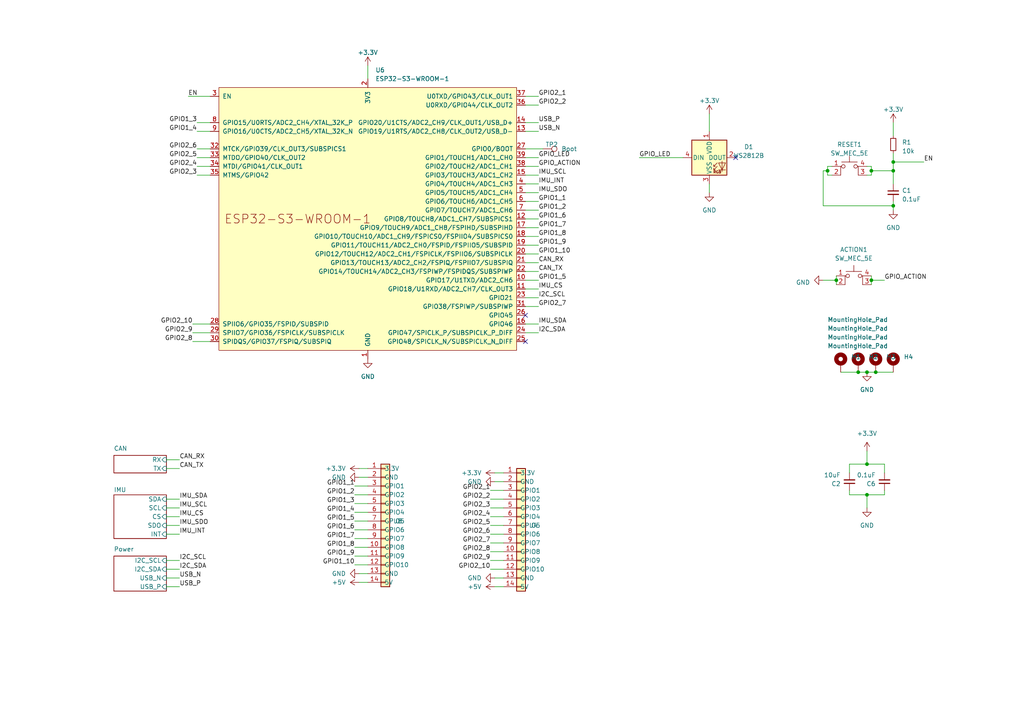
<source format=kicad_sch>
(kicad_sch (version 20230121) (generator eeschema)
  (paper "A4")
  (lib_symbols
    (symbol "Connector:TestPoint" (pin_numbers hide) (pin_names (offset 0.762) hide)
      (property "Reference" "TP" (at 0 6.858 0))
      (property "Value" "TestPoint" (at 0 5.08 0))
      (symbol "TestPoint_0_1"
        (circle (center 0 3.302) (radius 0.762))
      )
      (symbol "TestPoint_1_1"
        (pin passive line (at 0 0 90) (length 2.54) (name "1") (number "1"))
      )
    )
    (symbol "Connector_Generic:Conn_01x14" (pin_names (offset 1.016))
      (property "Reference" "J8" (at 2.54 0 0))
      (property "Value" "Conn_01x14" (at 2.54 -2.54 0))
      (symbol "Conn_01x14_1_1"
        (rectangle (start -1.27 -17.653) (end 0 -17.907) (stroke (width 0.1524)))
        (rectangle (start -1.27 -15.113) (end 0 -15.367) (stroke (width 0.1524)))
        (rectangle (start -1.27 -12.573) (end 0 -12.827) (stroke (width 0.1524)))
        (rectangle (start -1.27 -10.033) (end 0 -10.287) (stroke (width 0.1524)))
        (rectangle (start -1.27 -7.493) (end 0 -7.747) (stroke (width 0.1524)))
        (rectangle (start -1.27 -4.953) (end 0 -5.207) (stroke (width 0.1524)))
        (rectangle (start -1.27 -2.413) (end 0 -2.667) (stroke (width 0.1524)))
        (rectangle (start -1.27 0.127) (end 0 -0.127) (stroke (width 0.1524)))
        (rectangle (start -1.27 2.667) (end 0 2.413) (stroke (width 0.1524)))
        (rectangle (start -1.27 5.207) (end 0 4.953) (stroke (width 0.1524)))
        (rectangle (start -1.27 7.747) (end 0 7.493) (stroke (width 0.1524)))
        (rectangle (start -1.27 10.287) (end 0 10.033) (stroke (width 0.1524)))
        (rectangle (start -1.27 12.827) (end 0 12.573) (stroke (width 0.1524)))
        (rectangle (start -1.27 15.367) (end 0 15.113) (stroke (width 0.1524)))
        (rectangle (start -1.27 16.51) (end 1.27 -19.05) (stroke (width 0.254)) (fill (type background)))
        (pin power_in line (at -5.08 15.24 0) (length 3.81) (name "3.3V") (number "1"))
        (pin passive line (at -5.08 -7.62 0) (length 3.81) (name "GPIO8") (number "10"))
        (pin passive line (at -5.08 -10.16 0) (length 3.81) (name "GPIO9") (number "11"))
        (pin passive line (at -5.08 -12.7 0) (length 3.81) (name "GPIO10") (number "12"))
        (pin power_in line (at -5.08 -15.24 0) (length 3.81) (name "GND") (number "13"))
        (pin passive line (at -5.08 -17.78 0) (length 3.81) (name "5V") (number "14"))
        (pin power_in line (at -5.08 12.7 0) (length 3.81) (name "GND") (number "2"))
        (pin passive line (at -5.08 10.16 0) (length 3.81) (name "GPIO1") (number "3"))
        (pin passive line (at -5.08 7.62 0) (length 3.81) (name "GPIO2") (number "4"))
        (pin passive line (at -5.08 5.08 0) (length 3.81) (name "GPIO3") (number "5"))
        (pin passive line (at -5.08 2.54 0) (length 3.81) (name "GPIO4") (number "6"))
        (pin passive line (at -5.08 0 0) (length 3.81) (name "GPIO5") (number "7"))
        (pin passive line (at -5.08 -2.54 0) (length 3.81) (name "GPIO6") (number "8"))
        (pin passive line (at -5.08 -5.08 0) (length 3.81) (name "GPIO7") (number "9"))
      )
    )
    (symbol "Device:C_Small" (pin_numbers hide) (pin_names (offset 0.254) hide)
      (property "Reference" "C" (at 0.254 1.778 0))
      (property "Value" "C_Small" (at 0.254 -2.032 0))
      (symbol "C_Small_0_1"
        (polyline (pts (xy -1.524 -0.508) (xy 1.524 -0.508)) (stroke (width 0.3302)))
        (polyline (pts (xy -1.524 0.508) (xy 1.524 0.508)) (stroke (width 0.3048)))
      )
      (symbol "C_Small_1_1"
        (pin passive line (at 0 2.54 270) (length 2.032) (name "~") (number "1"))
        (pin passive line (at 0 -2.54 90) (length 2.032) (name "~") (number "2"))
      )
    )
    (symbol "Device:R_Small" (pin_numbers hide) (pin_names (offset 0.254) hide)
      (property "Reference" "R" (at 0.762 0.508 0))
      (property "Value" "R_Small" (at 0.762 -1.016 0))
      (symbol "R_Small_0_1"
        (rectangle (start -0.762 1.778) (end 0.762 -1.778) (stroke (width 0.2032)))
      )
      (symbol "R_Small_1_1"
        (pin passive line (at 0 2.54 270) (length 0.762) (name "~") (number "1"))
        (pin passive line (at 0 -2.54 90) (length 0.762) (name "~") (number "2"))
      )
    )
    (symbol "LED:WS2812B" (pin_names (offset 0.254))
      (property "Reference" "D" (at 5.08 5.715 0))
      (property "Value" "WS2812B" (at 1.27 -5.715 0))
      (symbol "WS2812B_0_0"
        (text "RGB" (at 2.286 -4.191 0) (effects (font (size 0.762 0.762))))
      )
      (symbol "WS2812B_0_1"
        (polyline (pts (xy 1.27 -3.556) (xy 1.778 -3.556)))
        (polyline (pts (xy 1.27 -2.54) (xy 1.778 -2.54)))
        (polyline (pts (xy 4.699 -3.556) (xy 2.667 -3.556)))
        (polyline (pts (xy 2.286 -2.54) (xy 1.27 -3.556) (xy 1.27 -3.048)))
        (polyline (pts (xy 2.286 -1.524) (xy 1.27 -2.54) (xy 1.27 -2.032)))
        (polyline (pts (xy 3.683 -1.016) (xy 3.683 -3.556) (xy 3.683 -4.064)))
        (polyline (pts (xy 4.699 -1.524) (xy 2.667 -1.524) (xy 3.683 -3.556) (xy 4.699 -1.524)))
        (rectangle (start 5.08 5.08) (end -5.08 -5.08) (stroke (width 0.254)) (fill (type background)))
      )
      (symbol "WS2812B_1_1"
        (pin power_in line (at 0 7.62 270) (length 2.54) (name "VDD") (number "1"))
        (pin output line (at 7.62 0 180) (length 2.54) (name "DOUT") (number "2"))
        (pin power_in line (at 0 -7.62 90) (length 2.54) (name "VSS") (number "3"))
        (pin input line (at -7.62 0 0) (length 2.54) (name "DIN") (number "4"))
      )
    )
    (symbol "Mechanical:MountingHole_Pad" (pin_numbers hide) (pin_names (offset 1.016) hide)
      (property "Reference" "H" (at 0 6.35 0))
      (property "Value" "MountingHole_Pad" (at 0 4.445 0))
      (symbol "MountingHole_Pad_0_1"
        (circle (center 0 1.27) (radius 1.27) (stroke (width 1.27)))
      )
      (symbol "MountingHole_Pad_1_1"
        (pin input line (at 0 -2.54 90) (length 2.54) (name "1") (number "1"))
      )
    )
    (symbol "PCM_Espressif:ESP32-S3-WROOM-1" (pin_names (offset 1.016))
      (property "Reference" "U" (at -43.18 43.18 0))
      (property "Value" "ESP32-S3-WROOM-1" (at -43.18 40.64 0))
      (symbol "ESP32-S3-WROOM-1_0_0"
        (text "ESP32-S3-WROOM-1" (at -20.32 0 0) (effects (font (size 2.54 2.54))))
        (pin power_in line (at 0 -40.64 90) (length 2.54) (name "GND") (number "1"))
        (pin bidirectional line (at 45.72 -17.78 180) (length 2.54) (name "GPIO17/U1TXD/ADC2_CH6") (number "10"))
        (pin bidirectional line (at 45.72 -20.32 180) (length 2.54) (name "GPIO18/U1RXD/ADC2_CH7/CLK_OUT3") (number "11"))
        (pin bidirectional line (at 45.72 0 180) (length 2.54) (name "GPIO8/TOUCH8/ADC1_CH7/SUBSPICS1") (number "12"))
        (pin bidirectional line (at 45.72 25.4 180) (length 2.54) (name "GPIO19/U1RTS/ADC2_CH8/CLK_OUT2/USB_D-") (number "13"))
        (pin bidirectional line (at 45.72 27.94 180) (length 2.54) (name "GPIO20/U1CTS/ADC2_CH9/CLK_OUT1/USB_D+") (number "14"))
        (pin bidirectional line (at 45.72 12.7 180) (length 2.54) (name "GPIO3/TOUCH3/ADC1_CH2") (number "15"))
        (pin bidirectional line (at 45.72 -30.48 180) (length 2.54) (name "GPIO46") (number "16"))
        (pin bidirectional line (at 45.72 -2.54 180) (length 2.54) (name "GPIO9/TOUCH9/ADC1_CH8/FSPIHD/SUBSPIHD") (number "17"))
        (pin bidirectional line (at 45.72 -5.08 180) (length 2.54) (name "GPIO10/TOUCH10/ADC1_CH9/FSPICS0/FSPIIO4/SUBSPICS0") (number "18"))
        (pin bidirectional line (at 45.72 -7.62 180) (length 2.54) (name "GPIO11/TOUCH11/ADC2_CH0/FSPID/FSPIIO5/SUBSPID") (number "19"))
        (pin power_in line (at 0 40.64 270) (length 2.54) (name "3V3") (number "2"))
        (pin bidirectional line (at 45.72 -10.16 180) (length 2.54) (name "GPIO12/TOUCH12/ADC2_CH1/FSPICLK/FSPIIO6/SUBSPICLK") (number "20"))
        (pin bidirectional line (at 45.72 -12.7 180) (length 2.54) (name "GPIO13/TOUCH13/ADC2_CH2/FSPIQ/FSPIIO7/SUBSPIQ") (number "21"))
        (pin bidirectional line (at 45.72 -15.24 180) (length 2.54) (name "GPIO14/TOUCH14/ADC2_CH3/FSPIWP/FSPIDQS/SUBSPIWP") (number "22"))
        (pin bidirectional line (at 45.72 -22.86 180) (length 2.54) (name "GPIO21") (number "23"))
        (pin bidirectional line (at 45.72 -33.02 180) (length 2.54) (name "GPIO47/SPICLK_P/SUBSPICLK_P_DIFF") (number "24"))
        (pin bidirectional line (at 45.72 -35.56 180) (length 2.54) (name "GPIO48/SPICLK_N/SUBSPICLK_N_DIFF") (number "25"))
        (pin bidirectional line (at 45.72 -27.94 180) (length 2.54) (name "GPIO45") (number "26"))
        (pin bidirectional line (at 45.72 20.32 180) (length 2.54) (name "GPIO0/BOOT") (number "27"))
        (pin bidirectional line (at -45.72 -30.48 0) (length 2.54) (name "SPIIO6/GPIO35/FSPID/SUBSPID") (number "28"))
        (pin bidirectional line (at -45.72 -33.02 0) (length 2.54) (name "SPIIO7/GPIO36/FSPICLK/SUBSPICLK") (number "29"))
        (pin input line (at -45.72 35.56 0) (length 2.54) (name "EN") (number "3"))
        (pin bidirectional line (at -45.72 -35.56 0) (length 2.54) (name "SPIDQS/GPIO37/FSPIQ/SUBSPIQ") (number "30"))
        (pin bidirectional line (at 45.72 -25.4 180) (length 2.54) (name "GPIO38/FSPIWP/SUBSPIWP") (number "31"))
        (pin bidirectional line (at -45.72 20.32 0) (length 2.54) (name "MTCK/GPIO39/CLK_OUT3/SUBSPICS1") (number "32"))
        (pin bidirectional line (at -45.72 17.78 0) (length 2.54) (name "MTDO/GPIO40/CLK_OUT2") (number "33"))
        (pin bidirectional line (at -45.72 15.24 0) (length 2.54) (name "MTDI/GPIO41/CLK_OUT1") (number "34"))
        (pin bidirectional line (at -45.72 12.7 0) (length 2.54) (name "MTMS/GPIO42") (number "35"))
        (pin bidirectional line (at 45.72 33.02 180) (length 2.54) (name "U0RXD/GPIO44/CLK_OUT2") (number "36"))
        (pin bidirectional line (at 45.72 35.56 180) (length 2.54) (name "U0TXD/GPIO43/CLK_OUT1") (number "37"))
        (pin bidirectional line (at 45.72 15.24 180) (length 2.54) (name "GPIO2/TOUCH2/ADC1_CH1") (number "38"))
        (pin bidirectional line (at 45.72 17.78 180) (length 2.54) (name "GPIO1/TOUCH1/ADC1_CH0") (number "39"))
        (pin bidirectional line (at 45.72 10.16 180) (length 2.54) (name "GPIO4/TOUCH4/ADC1_CH3") (number "4"))
        (pin passive line (at 0 -40.64 90) (length 2.54) hide (name "GND") (number "40"))
        (pin passive line (at 0 -40.64 90) (length 2.54) hide (name "GND") (number "41"))
        (pin bidirectional line (at 45.72 7.62 180) (length 2.54) (name "GPIO5/TOUCH5/ADC1_CH4") (number "5"))
        (pin bidirectional line (at 45.72 5.08 180) (length 2.54) (name "GPIO6/TOUCH6/ADC1_CH5") (number "6"))
        (pin bidirectional line (at 45.72 2.54 180) (length 2.54) (name "GPIO7/TOUCH7/ADC1_CH6") (number "7"))
        (pin bidirectional line (at -45.72 27.94 0) (length 2.54) (name "GPIO15/U0RTS/ADC2_CH4/XTAL_32K_P") (number "8"))
        (pin bidirectional line (at -45.72 25.4 0) (length 2.54) (name "GPIO16/U0CTS/ADC2_CH5/XTAL_32K_N") (number "9"))
      )
      (symbol "ESP32-S3-WROOM-1_0_1"
        (rectangle (start -43.18 38.1) (end 43.18 -38.1) (fill (type background)))
      )
    )
    (symbol "Switch:SW_MEC_5E" (pin_names (offset 1.016) hide)
      (property "Reference" "SW" (at 0.635 5.715 0))
      (property "Value" "SW_MEC_5E" (at 0 -3.175 0))
      (symbol "SW_MEC_5E_0_1"
        (circle (center -1.778 2.54) (radius 0.508))
        (polyline (pts (xy -2.286 3.81) (xy 2.286 3.81)))
        (polyline (pts (xy 0 3.81) (xy 0 5.588)))
        (polyline (pts (xy -2.54 0) (xy -2.54 2.54) (xy -2.286 2.54)))
        (polyline (pts (xy 2.54 0) (xy 2.54 2.54) (xy 2.286 2.54)))
        (circle (center 1.778 2.54) (radius 0.508))
        (pin passive line (at -5.08 2.54 0) (length 2.54) (name "1") (number "1"))
        (pin passive line (at -5.08 0 0) (length 2.54) (name "2") (number "2"))
        (pin passive line (at 5.08 0 180) (length 2.54) (name "K") (number "3"))
        (pin passive line (at 5.08 2.54 180) (length 2.54) (name "A") (number "4"))
      )
    )
    (symbol "power:+3.3V" (power) (pin_names (offset 0))
      (property "Value" "+3.3V" (at 0 3.556 0))
      (symbol "+3.3V_0_1"
        (polyline (pts (xy -0.762 1.27) (xy 0 2.54)))
        (polyline (pts (xy 0 0) (xy 0 2.54)))
        (polyline (pts (xy 0 2.54) (xy 0.762 1.27)))
      )
      (symbol "+3.3V_1_1"
        (pin power_in line (at 0 0 90) (length 0) hide (name "+3.3V") (number "1"))
      )
    )
    (symbol "power:+5V" (power) (pin_names (offset 0))
      (property "Value" "+5V" (at 0 3.556 0))
      (symbol "+5V_0_1"
        (polyline (pts (xy -0.762 1.27) (xy 0 2.54)))
        (polyline (pts (xy 0 0) (xy 0 2.54)))
        (polyline (pts (xy 0 2.54) (xy 0.762 1.27)))
      )
      (symbol "+5V_1_1"
        (pin power_in line (at 0 0 90) (length 0) hide (name "+5V") (number "1"))
      )
    )
    (symbol "power:GND" (power) (pin_names (offset 0))
      (property "Value" "GND" (at 0 -3.81 0))
      (symbol "GND_0_1"
        (polyline (pts (xy 0 0) (xy 0 -1.27) (xy 1.27 -1.27) (xy 0 -2.54) (xy -1.27 -1.27) (xy 0 -1.27)))
      )
      (symbol "GND_1_1"
        (pin power_in line (at 0 0 270) (length 0) hide (name "GND") (number "1"))
      )
    )
  )
  (junction (at 242.57 81.28))
  (junction (at 259.08 49.53))
  (junction (at 248.92 107.95))
  (junction (at 259.08 59.69))
  (junction (at 240.03 49.53))
  (junction (at 251.46 143.51))
  (junction (at 254 107.95))
  (junction (at 252.73 49.53))
  (junction (at 252.73 81.28))
  (junction (at 259.08 46.99))
  (junction (at 251.46 107.95))
  (junction (at 251.46 134.62))
  (no_connect (at 152.4 91.44))
  (no_connect (at 152.4 99.06))
  (no_connect (at 213.36 45.72))
  (wire (pts (xy 256.54 134.62) (xy 256.54 137.16)))
  (wire (pts (xy 241.3 48.26) (xy 240.03 48.26)))
  (wire (pts (xy 48.26 133.35) (xy 52.07 133.35)))
  (wire (pts (xy 48.26 167.64) (xy 52.07 167.64)))
  (wire (pts (xy 54.61 27.94) (xy 60.96 27.94)))
  (wire (pts (xy 104.14 168.91) (xy 106.68 168.91)))
  (wire (pts (xy 238.76 59.69) (xy 259.08 59.69)))
  (wire (pts (xy 152.4 48.26) (xy 156.21 48.26)))
  (wire (pts (xy 246.38 134.62) (xy 246.38 137.16)))
  (wire (pts (xy 48.26 144.78) (xy 52.07 144.78)))
  (wire (pts (xy 152.4 86.36) (xy 156.21 86.36)))
  (wire (pts (xy 143.51 137.16) (xy 146.05 137.16)))
  (wire (pts (xy 48.26 152.4) (xy 52.07 152.4)))
  (wire (pts (xy 102.87 158.75) (xy 106.68 158.75)))
  (wire (pts (xy 152.4 68.58) (xy 156.21 68.58)))
  (wire (pts (xy 142.24 160.02) (xy 146.05 160.02)))
  (wire (pts (xy 256.54 142.24) (xy 256.54 143.51)))
  (wire (pts (xy 48.26 149.86) (xy 52.07 149.86)))
  (wire (pts (xy 240.03 48.26) (xy 240.03 49.53)))
  (wire (pts (xy 259.08 58.42) (xy 259.08 59.69)))
  (wire (pts (xy 102.87 161.29) (xy 106.68 161.29)))
  (wire (pts (xy 142.24 157.48) (xy 146.05 157.48)))
  (wire (pts (xy 152.4 60.96) (xy 156.21 60.96)))
  (wire (pts (xy 259.08 49.53) (xy 259.08 53.34)))
  (wire (pts (xy 254 107.95) (xy 259.08 107.95)))
  (wire (pts (xy 57.15 38.1) (xy 60.96 38.1)))
  (wire (pts (xy 142.24 149.86) (xy 146.05 149.86)))
  (wire (pts (xy 240.03 49.53) (xy 240.03 50.8)))
  (wire (pts (xy 185.42 45.72) (xy 198.12 45.72)))
  (wire (pts (xy 142.24 154.94) (xy 146.05 154.94)))
  (wire (pts (xy 240.03 50.8) (xy 241.3 50.8)))
  (wire (pts (xy 251.46 50.8) (xy 252.73 50.8)))
  (wire (pts (xy 238.76 49.53) (xy 238.76 59.69)))
  (wire (pts (xy 102.87 148.59) (xy 106.68 148.59)))
  (wire (pts (xy 152.4 55.88) (xy 156.21 55.88)))
  (wire (pts (xy 102.87 156.21) (xy 106.68 156.21)))
  (wire (pts (xy 152.4 50.8) (xy 156.21 50.8)))
  (wire (pts (xy 205.74 33.02) (xy 205.74 38.1)))
  (wire (pts (xy 152.4 73.66) (xy 156.21 73.66)))
  (wire (pts (xy 142.24 165.1) (xy 146.05 165.1)))
  (wire (pts (xy 106.68 19.05) (xy 106.68 22.86)))
  (wire (pts (xy 102.87 163.83) (xy 106.68 163.83)))
  (wire (pts (xy 152.4 27.94) (xy 156.21 27.94)))
  (wire (pts (xy 48.26 162.56) (xy 52.07 162.56)))
  (wire (pts (xy 142.24 152.4) (xy 146.05 152.4)))
  (wire (pts (xy 248.92 107.95) (xy 251.46 107.95)))
  (wire (pts (xy 252.73 81.28) (xy 252.73 82.55)))
  (wire (pts (xy 259.08 46.99) (xy 259.08 49.53)))
  (wire (pts (xy 240.03 49.53) (xy 238.76 49.53)))
  (wire (pts (xy 55.88 93.98) (xy 60.96 93.98)))
  (wire (pts (xy 251.46 134.62) (xy 256.54 134.62)))
  (wire (pts (xy 242.57 80.01) (xy 242.57 81.28)))
  (wire (pts (xy 242.57 81.28) (xy 242.57 82.55)))
  (wire (pts (xy 152.4 66.04) (xy 156.21 66.04)))
  (wire (pts (xy 152.4 58.42) (xy 156.21 58.42)))
  (wire (pts (xy 143.51 139.7) (xy 146.05 139.7)))
  (wire (pts (xy 48.26 170.18) (xy 52.07 170.18)))
  (wire (pts (xy 48.26 154.94) (xy 52.07 154.94)))
  (wire (pts (xy 251.46 130.81) (xy 251.46 134.62)))
  (wire (pts (xy 102.87 151.13) (xy 106.68 151.13)))
  (wire (pts (xy 152.4 38.1) (xy 156.21 38.1)))
  (wire (pts (xy 252.73 48.26) (xy 252.73 49.53)))
  (wire (pts (xy 143.51 170.18) (xy 146.05 170.18)))
  (wire (pts (xy 142.24 144.78) (xy 146.05 144.78)))
  (wire (pts (xy 152.4 88.9) (xy 156.21 88.9)))
  (wire (pts (xy 259.08 59.69) (xy 259.08 60.96)))
  (wire (pts (xy 55.88 99.06) (xy 60.96 99.06)))
  (wire (pts (xy 152.4 81.28) (xy 156.21 81.28)))
  (wire (pts (xy 104.14 135.89) (xy 106.68 135.89)))
  (wire (pts (xy 142.24 147.32) (xy 146.05 147.32)))
  (wire (pts (xy 152.4 71.12) (xy 156.21 71.12)))
  (wire (pts (xy 252.73 49.53) (xy 252.73 50.8)))
  (wire (pts (xy 252.73 80.01) (xy 252.73 81.28)))
  (wire (pts (xy 152.4 96.52) (xy 156.21 96.52)))
  (wire (pts (xy 205.74 53.34) (xy 205.74 55.88)))
  (wire (pts (xy 57.15 50.8) (xy 60.96 50.8)))
  (wire (pts (xy 142.24 162.56) (xy 146.05 162.56)))
  (wire (pts (xy 152.4 76.2) (xy 156.21 76.2)))
  (wire (pts (xy 57.15 45.72) (xy 60.96 45.72)))
  (wire (pts (xy 251.46 143.51) (xy 251.46 147.32)))
  (wire (pts (xy 104.14 138.43) (xy 106.68 138.43)))
  (wire (pts (xy 48.26 135.89) (xy 52.07 135.89)))
  (wire (pts (xy 259.08 46.99) (xy 267.97 46.99)))
  (wire (pts (xy 102.87 140.97) (xy 106.68 140.97)))
  (wire (pts (xy 48.26 165.1) (xy 52.07 165.1)))
  (wire (pts (xy 259.08 35.56) (xy 259.08 39.37)))
  (wire (pts (xy 252.73 49.53) (xy 259.08 49.53)))
  (wire (pts (xy 252.73 81.28) (xy 256.54 81.28)))
  (wire (pts (xy 57.15 48.26) (xy 60.96 48.26)))
  (wire (pts (xy 246.38 142.24) (xy 246.38 143.51)))
  (wire (pts (xy 251.46 143.51) (xy 256.54 143.51)))
  (wire (pts (xy 251.46 48.26) (xy 252.73 48.26)))
  (wire (pts (xy 55.88 96.52) (xy 60.96 96.52)))
  (wire (pts (xy 251.46 107.95) (xy 254 107.95)))
  (wire (pts (xy 243.84 107.95) (xy 248.92 107.95)))
  (wire (pts (xy 152.4 45.72) (xy 156.21 45.72)))
  (wire (pts (xy 152.4 43.18) (xy 157.48 43.18)))
  (wire (pts (xy 102.87 143.51) (xy 106.68 143.51)))
  (wire (pts (xy 142.24 142.24) (xy 146.05 142.24)))
  (wire (pts (xy 259.08 44.45) (xy 259.08 46.99)))
  (wire (pts (xy 104.14 166.37) (xy 106.68 166.37)))
  (wire (pts (xy 152.4 93.98) (xy 156.21 93.98)))
  (wire (pts (xy 152.4 53.34) (xy 156.21 53.34)))
  (wire (pts (xy 57.15 43.18) (xy 60.96 43.18)))
  (wire (pts (xy 102.87 153.67) (xy 106.68 153.67)))
  (wire (pts (xy 143.51 167.64) (xy 146.05 167.64)))
  (wire (pts (xy 152.4 63.5) (xy 156.21 63.5)))
  (wire (pts (xy 152.4 83.82) (xy 156.21 83.82)))
  (wire (pts (xy 246.38 143.51) (xy 251.46 143.51)))
  (wire (pts (xy 57.15 35.56) (xy 60.96 35.56)))
  (wire (pts (xy 48.26 147.32) (xy 52.07 147.32)))
  (wire (pts (xy 251.46 134.62) (xy 246.38 134.62)))
  (wire (pts (xy 102.87 146.05) (xy 106.68 146.05)))
  (wire (pts (xy 152.4 30.48) (xy 156.21 30.48)))
  (wire (pts (xy 238.76 81.28) (xy 242.57 81.28)))
  (wire (pts (xy 152.4 78.74) (xy 156.21 78.74)))
  (wire (pts (xy 152.4 35.56) (xy 156.21 35.56)))
  (label "GPIO2_7" (at 156.21 88.9 0))
  (label "IMU_SDO" (at 156.21 55.88 0))
  (label "I2C_SCL" (at 156.21 86.36 0))
  (label "CAN_TX" (at 52.07 135.89 0))
  (label "GPIO1_9" (at 102.87 161.29 180))
  (label "GPIO2_3" (at 142.24 147.32 180))
  (label "GPIO1_8" (at 156.21 68.58 0))
  (label "GPIO2_2" (at 142.24 144.78 180))
  (label "GPIO2_8" (at 55.88 99.06 180))
  (label "IMU_CS" (at 156.21 83.82 0))
  (label "USB_N" (at 156.21 38.1 0))
  (label "GPIO2_5" (at 57.15 45.72 180))
  (label "IMU_CS" (at 52.07 149.86 0))
  (label "IMU_SDO" (at 52.07 152.4 0))
  (label "GPIO2_6" (at 142.24 154.94 180))
  (label "I2C_SDA" (at 52.07 165.1 0))
  (label "USB_P" (at 156.21 35.56 0))
  (label "USB_P" (at 52.07 170.18 0))
  (label "GPIO2_10" (at 55.88 93.98 180))
  (label "GPIO1_3" (at 57.15 35.56 180))
  (label "EN" (at 267.97 46.99 0))
  (label "USB_N" (at 52.07 167.64 0))
  (label "GPIO_LED" (at 185.42 45.72 0))
  (label "GPIO1_10" (at 102.87 163.83 180))
  (label "IMU_SCL" (at 52.07 147.32 0))
  (label "GPIO2_6" (at 57.15 43.18 180))
  (label "GPIO_ACTION" (at 156.21 48.26 0))
  (label "IMU_SDA" (at 52.07 144.78 0))
  (label "GPIO2_9" (at 142.24 162.56 180))
  (label "GPIO2_8" (at 142.24 160.02 180))
  (label "GPIO2_1" (at 156.21 27.94 0))
  (label "GPIO1_5" (at 156.21 81.28 0))
  (label "CAN_TX" (at 156.21 78.74 0))
  (label "GPIO2_4" (at 142.24 149.86 180))
  (label "CAN_RX" (at 52.07 133.35 0))
  (label "GPIO2_1" (at 142.24 142.24 180))
  (label "IMU_INT" (at 156.21 53.34 0))
  (label "GPIO1_1" (at 156.21 58.42 0))
  (label "GPIO1_5" (at 102.87 151.13 180))
  (label "GPIO1_4" (at 102.87 148.59 180))
  (label "GPIO1_2" (at 156.21 60.96 0))
  (label "I2C_SDA" (at 156.21 96.52 0))
  (label "GPIO2_9" (at 55.88 96.52 180))
  (label "GPIO2_2" (at 156.21 30.48 0))
  (label "GPIO2_7" (at 142.24 157.48 180))
  (label "IMU_SCL" (at 156.21 50.8 0))
  (label "GPIO1_1" (at 102.87 140.97 180))
  (label "GPIO1_9" (at 156.21 71.12 0))
  (label "GPIO2_10" (at 142.24 165.1 180))
  (label "GPIO1_7" (at 102.87 156.21 180))
  (label "I2C_SCL" (at 52.07 162.56 0))
  (label "GPIO1_10" (at 156.21 73.66 0))
  (label "GPIO2_5" (at 142.24 152.4 180))
  (label "GPIO1_3" (at 102.87 146.05 180))
  (label "GPIO2_4" (at 57.15 48.26 180))
  (label "GPIO1_6" (at 156.21 63.5 0))
  (label "EN" (at 54.61 27.94 0))
  (label "IMU_INT" (at 52.07 154.94 0))
  (label "GPIO1_8" (at 102.87 158.75 180))
  (label "CAN_RX" (at 156.21 76.2 0))
  (label "GPIO_ACTION" (at 256.54 81.28 0))
  (label "GPIO2_3" (at 57.15 50.8 180))
  (label "GPIO1_6" (at 102.87 153.67 180))
  (label "IMU_SDA" (at 156.21 93.98 0))
  (label "GPIO_LED" (at 156.21 45.72 0))
  (label "GPIO1_7" (at 156.21 66.04 0))
  (label "GPIO1_2" (at 102.87 143.51 180))
  (label "GPIO1_4" (at 57.15 38.1 180))
  (symbol (lib_id "power:GND") (at 143.51 139.7 270) (unit 1)
    (property "Reference" "#PWR032" (effects hide))
    (property "Value" "GND" (at 139.7 139.7 90) (effects (justify right)))
  )
  (symbol (lib_id "Switch:SW_MEC_5E") (at 247.65 82.55 0) (unit 1)
    (property "Reference" "ACTION1" (at 247.65 72.39 0))
    (property "Value" "SW_MEC_5E" (at 247.65 74.93 0))
    (property "Footprint" "Button_Switch_SMD:SW_Push_1P1T_XKB_TS-1187A" (effects hide))
    (property "Datasheet" "https://wmsc.lcsc.com/wmsc/upload/file/pdf/v2/lcsc/2304140030_XKB-Connection-TS-1187A-B-A-B_C318884.pdf" (effects hide))
    (property "LCSC" "C318884" (effects hide))
  )
  (symbol (lib_id "Mechanical:MountingHole_Pad") (at 259.08 105.41 0) (unit 1)
    (property "Reference" "H4" (at 262.1331 103.505 0) (effects (justify left)))
    (property "Value" "MountingHole_Pad" (at 240.03 92.71 0) (effects (justify left)))
    (property "Footprint" "MountingHole:MountingHole_3.2mm_M3_DIN965_Pad" (effects hide))
  )
  (symbol (lib_id "power:+3.3V") (at 205.74 33.02 0) (unit 1)
    (property "Reference" "#PWR07" (effects hide))
    (property "Value" "+3.3V" (at 205.74 29.21 0))
  )
  (symbol (lib_id "power:GND") (at 259.08 60.96 0) (unit 1)
    (property "Reference" "#PWR04" (effects hide))
    (property "Value" "GND" (at 259.08 66.04 0))
  )
  (symbol (lib_id "Mechanical:MountingHole_Pad") (at 248.92 105.41 0) (unit 1)
    (property "Reference" "H2" (at 251.9731 103.505 0) (effects (justify left)))
    (property "Value" "MountingHole_Pad" (at 240.03 97.79 0) (effects (justify left)))
    (property "Footprint" "MountingHole:MountingHole_3.2mm_M3_DIN965_Pad" (effects hide))
  )
  (symbol (lib_id "Device:C_Small") (at 246.38 139.7 180) (unit 1)
    (property "Reference" "C2" (at 243.84 140.3287 0) (effects (justify left)))
    (property "Value" "10uF" (at 243.84 137.7887 0) (effects (justify left)))
    (property "Footprint" "Capacitor_SMD:C_0805_2012Metric" (effects hide))
    (property "LCSC" "C15850" (effects hide))
  )
  (symbol (lib_id "power:GND") (at 104.14 166.37 270) (unit 1)
    (property "Reference" "#PWR034" (effects hide))
    (property "Value" "GND" (at 100.33 166.37 90) (effects (justify right)))
  )
  (symbol (lib_id "power:+3.3V") (at 143.51 137.16 90) (unit 1)
    (property "Reference" "#PWR011" (effects hide))
    (property "Value" "+3.3V" (at 139.7 137.16 90) (effects (justify left)))
  )
  (symbol (lib_id "power:GND") (at 251.46 107.95 0) (unit 1)
    (property "Reference" "#PWR06" (effects hide))
    (property "Value" "GND" (at 251.46 113.03 0))
  )
  (symbol (lib_id "power:GND") (at 106.68 104.14 0) (unit 1)
    (property "Reference" "#PWR028" (effects hide))
    (property "Value" "GND" (at 106.68 109.22 0))
  )
  (symbol (lib_id "Mechanical:MountingHole_Pad") (at 254 105.41 0) (unit 1)
    (property "Reference" "H3" (at 257.0531 103.505 0) (effects (justify left)))
    (property "Value" "MountingHole_Pad" (at 240.03 100.33 0) (effects (justify left)))
    (property "Footprint" "MountingHole:MountingHole_3.2mm_M3_DIN965_Pad" (effects hide))
  )
  (symbol (lib_id "Connector:TestPoint") (at 157.48 43.18 270) (unit 1)
    (property "Reference" "TP2" (at 160.02 41.91 90))
    (property "Value" "Boot" (at 165.1 43.18 90))
    (property "Footprint" "TestPoint:TestPoint_Pad_1.0x1.0mm" (effects hide))
  )
  (symbol (lib_id "Device:C_Small") (at 259.08 55.88 0) (unit 1)
    (property "Reference" "C1" (at 261.62 55.2513 0) (effects (justify left)))
    (property "Value" "0.1uF" (at 261.62 57.7913 0) (effects (justify left)))
    (property "Footprint" "Capacitor_SMD:C_0805_2012Metric" (effects hide))
    (property "LCSC" "C49678" (effects hide))
  )
  (symbol (lib_id "power:GND") (at 104.14 138.43 270) (unit 1)
    (property "Reference" "#PWR031" (effects hide))
    (property "Value" "GND" (at 100.33 138.43 90) (effects (justify right)))
  )
  (symbol (lib_id "LED:WS2812B") (at 205.74 45.72 0) (unit 1) (in_bom no)
    (property "Reference" "D1" (at 217.17 42.5959 0))
    (property "Value" "WS2812B" (at 217.17 45.1359 0))
    (property "Footprint" "LED_SMD:LED_WS2812B_PLCC4_5.0x5.0mm_P3.2mm" (effects hide))
    (property "Datasheet" "https://cdn-shop.adafruit.com/datasheets/WS2812B.pdf" (effects hide))
  )
  (symbol (lib_id "Mechanical:MountingHole_Pad") (at 243.84 105.41 0) (unit 1)
    (property "Reference" "H1" (at 246.8931 103.505 0) (effects (justify left)))
    (property "Value" "MountingHole_Pad" (at 240.03 95.25 0) (effects (justify left)))
    (property "Footprint" "MountingHole:MountingHole_3.2mm_M3_DIN965_Pad" (effects hide))
  )
  (symbol (lib_id "Switch:SW_MEC_5E") (at 246.38 50.8 0) (unit 1)
    (property "Reference" "RESET1" (at 246.38 41.91 0))
    (property "Value" "SW_MEC_5E" (at 246.38 44.45 0))
    (property "Footprint" "Button_Switch_SMD:SW_Push_1P1T_XKB_TS-1187A" (effects hide))
    (property "Datasheet" "https://wmsc.lcsc.com/wmsc/upload/file/pdf/v2/lcsc/2304140030_XKB-Connection-TS-1187A-B-A-B_C318884.pdf" (effects hide))
    (property "LCSC" "C318884" (effects hide))
  )
  (symbol (lib_id "power:GND") (at 251.46 147.32 0) (unit 1)
    (property "Reference" "#PWR051" (effects hide))
    (property "Value" "GND" (at 251.46 152.4 0))
  )
  (symbol (lib_id "Connector_Generic:Conn_01x14") (at 151.13 152.4 0) (unit 1)
    (property "Reference" "J4" (at 153.67 152.4 0) (effects (justify left)))
    (property "Value" "Conn_01x14" (effects hide))
    (property "Footprint" "Connector_PinSocket_2.54mm:PinSocket_1x14_P2.54mm_Vertical" (effects hide))
  )
  (symbol (lib_id "power:+5V") (at 143.51 170.18 90) (unit 1)
    (property "Reference" "#PWR044" (effects hide))
    (property "Value" "+5V" (at 139.7 170.18 90) (effects (justify left)))
  )
  (symbol (lib_id "Connector_Generic:Conn_01x14") (at 111.76 151.13 0) (unit 1)
    (property "Reference" "J8" (at 114.3 151.13 0) (effects (justify left)))
    (property "Value" "Conn_01x14" (effects hide))
    (property "Footprint" "Connector_PinSocket_2.54mm:PinSocket_1x14_P2.54mm_Vertical" (effects hide))
  )
  (symbol (lib_id "power:GND") (at 238.76 81.28 270) (unit 1)
    (property "Reference" "#PWR02" (effects hide))
    (property "Value" "GND" (at 234.95 81.915 90) (effects (justify right)))
  )
  (symbol (lib_id "power:+3.3V") (at 251.46 130.81 0) (unit 1)
    (property "Reference" "#PWR043" (effects hide))
    (property "Value" "+3.3V" (at 251.46 125.73 0))
  )
  (symbol (lib_id "power:+3.3V") (at 104.14 135.89 90) (unit 1)
    (property "Reference" "#PWR053" (effects hide))
    (property "Value" "+3.3V" (at 100.33 135.89 90) (effects (justify left)))
  )
  (symbol (lib_id "power:+5V") (at 104.14 168.91 90) (unit 1)
    (property "Reference" "#PWR048" (effects hide))
    (property "Value" "+5V" (at 100.33 168.91 90) (effects (justify left)))
  )
  (symbol (lib_id "power:+3.3V") (at 259.08 35.56 0) (unit 1)
    (property "Reference" "#PWR03" (effects hide))
    (property "Value" "+3.3V" (at 259.08 31.75 0))
  )
  (symbol (lib_id "power:+3.3V") (at 106.68 19.05 0) (unit 1)
    (property "Reference" "#PWR010" (effects hide))
    (property "Value" "+3.3V" (at 106.68 15.24 0))
  )
  (symbol (lib_id "Device:C_Small") (at 256.54 139.7 180) (unit 1)
    (property "Reference" "C6" (at 254 140.3287 0) (effects (justify left)))
    (property "Value" "0.1uF" (at 254 137.7887 0) (effects (justify left)))
    (property "Footprint" "Capacitor_SMD:C_0805_2012Metric" (effects hide))
    (property "LCSC" "C49678" (effects hide))
  )
  (symbol (lib_id "power:GND") (at 143.51 167.64 270) (unit 1)
    (property "Reference" "#PWR033" (effects hide))
    (property "Value" "GND" (at 139.7 167.64 90) (effects (justify right)))
  )
  (symbol (lib_id "PCM_Espressif:ESP32-S3-WROOM-1") (at 106.68 63.5 0) (unit 1)
    (property "Reference" "U6" (at 108.8741 20.32 0) (effects (justify left)))
    (property "Value" "ESP32-S3-WROOM-1" (at 108.8741 22.86 0) (effects (justify left)))
    (property "Footprint" "PCM_Espressif:ESP32-S3-WROOM-1U" (effects hide))
    (property "Datasheet" "https://www.espressif.com/sites/default/files/documentation/esp32-s3-wroom-1_wroom-1u_datasheet_en.pdf" (effects hide))
  )
  (symbol (lib_id "Device:R_Small") (at 259.08 41.91 0) (unit 1)
    (property "Reference" "R1" (at 261.62 41.275 0) (effects (justify left)))
    (property "Value" "10k" (at 261.62 43.815 0) (effects (justify left)))
    (property "Footprint" "Resistor_SMD:R_0805_2012Metric" (effects hide))
    (property "LCSC" "C17414" (effects hide))
  )
  (symbol (lib_id "power:GND") (at 205.74 55.88 0) (unit 1)
    (property "Reference" "#PWR08" (effects hide))
    (property "Value" "GND" (at 205.74 60.96 0))
  )
  (sheet (at 33.02 143.51) (size 15.24 12.7) (stroke (width 0.1524))
    (property "Sheetname" "IMU" (at 33.02 142.7984 0) (effects (justify left bottom)))
    (property "Sheetfile" "imu.kicad_sch" (effects hide))
    (pin "SCL" input (at 48.26 147.32 0))
    (pin "SDA" input (at 48.26 144.78 0))
    (pin "INT" input (at 48.26 154.94 0))
    (pin "CS" input (at 48.26 149.86 0))
    (pin "SDO" input (at 48.26 152.4 0))
  )
  (sheet (at 33.02 132.08) (size 15.24 5.08) (stroke (width 0.1524))
    (property "Sheetname" "CAN" (at 33.02 130.81 0) (effects (justify left bottom)))
    (property "Sheetfile" "can.kicad_sch" (effects hide))
    (pin "TX" input (at 48.26 135.89 0))
    (pin "RX" input (at 48.26 133.35 0))
  )
  (sheet (at 33.02 161.29) (size 15.24 10.16) (stroke (width 0.1524))
    (property "Sheetname" "Power" (at 33.02 160.02 0) (effects (justify left bottom)))
    (property "Sheetfile" "power.kicad_sch" (effects hide))
    (pin "USB_N" input (at 48.26 167.64 0))
    (pin "USB_P" input (at 48.26 170.18 0))
    (pin "I2C_SCL" input (at 48.26 162.56 0))
    (pin "I2C_SDA" input (at 48.26 165.1 0))
  )
)
</source>
